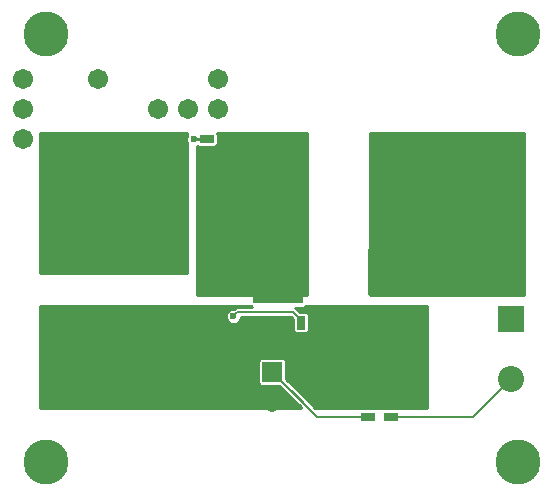
<source format=gtl>
G04 #@! TF.GenerationSoftware,KiCad,Pcbnew,(5.0.2)-1*
G04 #@! TF.CreationDate,2019-01-24T20:45:34+08:00*
G04 #@! TF.ProjectId,Inverter Trial 2,496e7665-7274-4657-9220-547269616c20,rev?*
G04 #@! TF.SameCoordinates,Original*
G04 #@! TF.FileFunction,Copper,L1,Top*
G04 #@! TF.FilePolarity,Positive*
%FSLAX46Y46*%
G04 Gerber Fmt 4.6, Leading zero omitted, Abs format (unit mm)*
G04 Created by KiCad (PCBNEW (5.0.2)-1) date 01/24/19 20:45:34*
%MOMM*%
%LPD*%
G01*
G04 APERTURE LIST*
G04 #@! TA.AperFunction,ComponentPad*
%ADD10C,3.800000*%
G04 #@! TD*
G04 #@! TA.AperFunction,SMDPad,CuDef*
%ADD11R,2.500000X4.000000*%
G04 #@! TD*
G04 #@! TA.AperFunction,ComponentPad*
%ADD12C,1.716000*%
G04 #@! TD*
G04 #@! TA.AperFunction,ComponentPad*
%ADD13R,1.716000X1.716000*%
G04 #@! TD*
G04 #@! TA.AperFunction,ComponentPad*
%ADD14C,2.216000*%
G04 #@! TD*
G04 #@! TA.AperFunction,ComponentPad*
%ADD15R,2.216000X2.216000*%
G04 #@! TD*
G04 #@! TA.AperFunction,SMDPad,CuDef*
%ADD16R,4.250000X5.000000*%
G04 #@! TD*
G04 #@! TA.AperFunction,SMDPad,CuDef*
%ADD17R,0.600000X0.900000*%
G04 #@! TD*
G04 #@! TA.AperFunction,SMDPad,CuDef*
%ADD18R,0.900000X0.600000*%
G04 #@! TD*
G04 #@! TA.AperFunction,SMDPad,CuDef*
%ADD19R,1.150000X0.700000*%
G04 #@! TD*
G04 #@! TA.AperFunction,SMDPad,CuDef*
%ADD20R,3.300000X4.200000*%
G04 #@! TD*
G04 #@! TA.AperFunction,SMDPad,CuDef*
%ADD21R,1.550000X4.700000*%
G04 #@! TD*
G04 #@! TA.AperFunction,SMDPad,CuDef*
%ADD22R,0.700000X1.150000*%
G04 #@! TD*
G04 #@! TA.AperFunction,SMDPad,CuDef*
%ADD23R,4.700000X1.550000*%
G04 #@! TD*
G04 #@! TA.AperFunction,SMDPad,CuDef*
%ADD24R,4.200000X3.300000*%
G04 #@! TD*
G04 #@! TA.AperFunction,SMDPad,CuDef*
%ADD25R,1.200000X0.750000*%
G04 #@! TD*
G04 #@! TA.AperFunction,ViaPad*
%ADD26C,0.900000*%
G04 #@! TD*
G04 #@! TA.AperFunction,ViaPad*
%ADD27C,0.600000*%
G04 #@! TD*
G04 #@! TA.AperFunction,Conductor*
%ADD28C,0.203200*%
G04 #@! TD*
G04 #@! TA.AperFunction,Conductor*
%ADD29C,0.250000*%
G04 #@! TD*
G04 #@! TA.AperFunction,Conductor*
%ADD30C,0.254000*%
G04 #@! TD*
G04 APERTURE END LIST*
D10*
G04 #@! TO.P,REF\002A\002A,1*
G04 #@! TO.N,N/C*
X192405000Y-30480000D03*
G04 #@! TD*
G04 #@! TO.P,REF\002A\002A,1*
G04 #@! TO.N,N/C*
X192405000Y-66675000D03*
G04 #@! TD*
G04 #@! TO.P,REF\002A\002A,1*
G04 #@! TO.N,N/C*
X152400000Y-66675000D03*
G04 #@! TD*
D11*
G04 #@! TO.P,C1,2*
G04 #@! TO.N,GND*
X163195000Y-56070000D03*
G04 #@! TO.P,C1,1*
G04 #@! TO.N,Net-(C1-Pad1)*
X163195000Y-48070000D03*
G04 #@! TD*
D12*
G04 #@! TO.P,C5,2*
G04 #@! TO.N,GND*
X161925000Y-36830000D03*
X164465000Y-36830000D03*
G04 #@! TO.P,C5,1*
G04 #@! TO.N,Net-(C5-Pad1)*
X167005000Y-36830000D03*
G04 #@! TD*
G04 #@! TO.P,C6,1*
G04 #@! TO.N,Net-(C6-Pad1)*
X150495000Y-34290000D03*
G04 #@! TO.P,C6,2*
G04 #@! TO.N,GND*
X150495000Y-36830000D03*
X150495000Y-39370000D03*
G04 #@! TD*
D11*
G04 #@! TO.P,C9,2*
G04 #@! TO.N,GND*
X180975000Y-58610000D03*
G04 #@! TO.P,C9,1*
G04 #@! TO.N,Net-(C10-Pad1)*
X180975000Y-50610000D03*
G04 #@! TD*
D12*
G04 #@! TO.P,C12,2*
G04 #@! TO.N,GND*
X171577000Y-61595000D03*
D13*
G04 #@! TO.P,C12,1*
G04 #@! TO.N,Net-(C12-Pad1)*
X171577000Y-59055000D03*
G04 #@! TD*
D14*
G04 #@! TO.P,J1,2*
G04 #@! TO.N,Net-(C1-Pad1)*
X153035000Y-49530000D03*
D15*
G04 #@! TO.P,J1,1*
X153035000Y-44450000D03*
G04 #@! TD*
G04 #@! TO.P,J2,1*
G04 #@! TO.N,GND*
X153035000Y-54610000D03*
D14*
G04 #@! TO.P,J2,2*
X153035000Y-59690000D03*
G04 #@! TD*
D15*
G04 #@! TO.P,J3,1*
G04 #@! TO.N,Net-(C10-Pad1)*
X191770000Y-44450000D03*
D14*
G04 #@! TO.P,J3,2*
X191770000Y-49530000D03*
G04 #@! TD*
G04 #@! TO.P,J4,2*
G04 #@! TO.N,Net-(J4-Pad1)*
X191770000Y-59690000D03*
D15*
G04 #@! TO.P,J4,1*
X191770000Y-54610000D03*
G04 #@! TD*
D16*
G04 #@! TO.P,L1,1*
G04 #@! TO.N,Net-(C8-Pad2)*
X169905000Y-41275000D03*
G04 #@! TO.P,L1,2*
G04 #@! TO.N,Net-(C10-Pad1)*
X183155000Y-41275000D03*
G04 #@! TD*
D17*
G04 #@! TO.P,Q1,5*
G04 #@! TO.N,Net-(C1-Pad1)*
X163010000Y-41275000D03*
D18*
X160310000Y-40675000D03*
D19*
G04 #@! TO.P,Q1,4*
G04 #@! TO.N,Net-(Q1-Pad4)*
X166030000Y-39365000D03*
D20*
G04 #@! TO.P,Q1,5*
G04 #@! TO.N,Net-(C1-Pad1)*
X162760000Y-41275000D03*
D21*
X160560000Y-41275000D03*
D19*
G04 #@! TO.P,Q1,3*
G04 #@! TO.N,Net-(C8-Pad2)*
X166030000Y-40635000D03*
G04 #@! TO.P,Q1,1*
X166030000Y-43185000D03*
G04 #@! TO.P,Q1,2*
X166030000Y-41915000D03*
D18*
G04 #@! TO.P,Q1,5*
G04 #@! TO.N,Net-(C1-Pad1)*
X160310000Y-41875000D03*
X160310000Y-39395000D03*
X160310000Y-43155000D03*
D17*
X163860000Y-41275000D03*
X162160000Y-41275000D03*
X162160000Y-40125000D03*
X163860000Y-40125000D03*
X163010000Y-40125000D03*
X162160000Y-42425000D03*
X163860000Y-42425000D03*
X163010000Y-42425000D03*
G04 #@! TD*
D18*
G04 #@! TO.P,Q2,5*
G04 #@! TO.N,Net-(C8-Pad2)*
X170935000Y-51885000D03*
X170935000Y-52735000D03*
X170935000Y-51035000D03*
X173235000Y-51885000D03*
X173235000Y-52735000D03*
X173235000Y-51035000D03*
X172085000Y-51035000D03*
X172085000Y-52735000D03*
D17*
X170205000Y-49185000D03*
X173965000Y-49185000D03*
X171485000Y-49185000D03*
D22*
G04 #@! TO.P,Q2,2*
G04 #@! TO.N,GND*
X171445000Y-54905000D03*
G04 #@! TO.P,Q2,1*
X170175000Y-54905000D03*
G04 #@! TO.P,Q2,3*
X172725000Y-54905000D03*
D23*
G04 #@! TO.P,Q2,5*
G04 #@! TO.N,Net-(C8-Pad2)*
X172085000Y-49435000D03*
D24*
X172085000Y-51635000D03*
D22*
G04 #@! TO.P,Q2,4*
G04 #@! TO.N,Net-(Q2-Pad4)*
X173995000Y-54905000D03*
D17*
G04 #@! TO.P,Q2,5*
G04 #@! TO.N,Net-(C8-Pad2)*
X172685000Y-49185000D03*
D18*
X172085000Y-51885000D03*
G04 #@! TD*
D12*
G04 #@! TO.P,R1,2*
G04 #@! TO.N,Net-(C5-Pad1)*
X167005000Y-34290000D03*
G04 #@! TO.P,R1,1*
G04 #@! TO.N,Net-(C6-Pad1)*
X156845000Y-34290000D03*
G04 #@! TD*
D25*
G04 #@! TO.P,R8,2*
G04 #@! TO.N,Net-(C12-Pad1)*
X179710000Y-62865000D03*
G04 #@! TO.P,R8,1*
G04 #@! TO.N,Net-(J4-Pad1)*
X181610000Y-62865000D03*
G04 #@! TD*
D10*
G04 #@! TO.P,REF\002A\002A,1*
G04 #@! TO.N,N/C*
X152400000Y-30480000D03*
G04 #@! TD*
D26*
G04 #@! TO.N,GND*
X158115000Y-59690000D03*
X160020000Y-59690000D03*
X161925000Y-59690000D03*
X163830000Y-59690000D03*
X165735000Y-59690000D03*
X183515000Y-60960000D03*
X181610000Y-61595000D03*
X179705000Y-61595000D03*
X178435000Y-60960000D03*
G04 #@! TO.N,Net-(C1-Pad1)*
X158750000Y-40005000D03*
X158750000Y-42545000D03*
X158750000Y-45085000D03*
X161290000Y-45085000D03*
X163830000Y-45085000D03*
X157480000Y-43815000D03*
X157480000Y-41275000D03*
D27*
G04 #@! TO.N,Net-(C8-Pad2)*
X168275000Y-50165000D03*
D26*
G04 #@! TO.N,Net-(C10-Pad1)*
X186055000Y-40005000D03*
X187325000Y-40005000D03*
X188595000Y-40005000D03*
X189865000Y-40005000D03*
X191135000Y-40005000D03*
X184785000Y-45085000D03*
X186055000Y-46355000D03*
X186055000Y-42545000D03*
X184785000Y-47625000D03*
D27*
G04 #@! TO.N,Net-(Q1-Pad4)*
X164910002Y-39370000D03*
G04 #@! TO.N,Net-(Q2-Pad4)*
X168275000Y-54356000D03*
G04 #@! TD*
D28*
G04 #@! TO.N,Net-(C12-Pad1)*
X174244000Y-61722000D02*
X171577000Y-59055000D01*
X175387000Y-62865000D02*
X171577000Y-59055000D01*
X179710000Y-62865000D02*
X175387000Y-62865000D01*
G04 #@! TO.N,Net-(J4-Pad1)*
X189738000Y-61722000D02*
X191770000Y-59690000D01*
X188595000Y-62865000D02*
X191770000Y-59690000D01*
X181610000Y-62865000D02*
X188595000Y-62865000D01*
D29*
G04 #@! TO.N,Net-(Q1-Pad4)*
X166025000Y-39370000D02*
X166030000Y-39365000D01*
X164910002Y-39370000D02*
X166025000Y-39370000D01*
D28*
G04 #@! TO.N,Net-(Q2-Pad4)*
X168602601Y-54028399D02*
X168275000Y-54356000D01*
X173343399Y-54028399D02*
X168602601Y-54028399D01*
X173995000Y-54905000D02*
X173995000Y-54680000D01*
X173995000Y-54680000D02*
X173343399Y-54028399D01*
G04 #@! TD*
D30*
G04 #@! TO.N,Net-(C10-Pad1)*
G36*
X192913000Y-52578000D02*
X179832000Y-52578000D01*
X179832000Y-38862000D01*
X192913000Y-38862000D01*
X192913000Y-52578000D01*
X192913000Y-52578000D01*
G37*
X192913000Y-52578000D02*
X179832000Y-52578000D01*
X179832000Y-38862000D01*
X192913000Y-38862000D01*
X192913000Y-52578000D01*
G04 #@! TO.N,Net-(C8-Pad2)*
G36*
X174498000Y-52578000D02*
X165227000Y-52578000D01*
X165227000Y-39955935D01*
X165327411Y-40023027D01*
X165455000Y-40048406D01*
X166605000Y-40048406D01*
X166732589Y-40023027D01*
X166840754Y-39950754D01*
X166913027Y-39842589D01*
X166938406Y-39715000D01*
X166938406Y-39015000D01*
X166913027Y-38887411D01*
X166896048Y-38862000D01*
X174498000Y-38862000D01*
X174498000Y-52578000D01*
X174498000Y-52578000D01*
G37*
X174498000Y-52578000D02*
X165227000Y-52578000D01*
X165227000Y-39955935D01*
X165327411Y-40023027D01*
X165455000Y-40048406D01*
X166605000Y-40048406D01*
X166732589Y-40023027D01*
X166840754Y-39950754D01*
X166913027Y-39842589D01*
X166938406Y-39715000D01*
X166938406Y-39015000D01*
X166913027Y-38887411D01*
X166896048Y-38862000D01*
X174498000Y-38862000D01*
X174498000Y-52578000D01*
G04 #@! TO.N,Net-(C1-Pad1)*
G36*
X164338000Y-39112505D02*
X164283002Y-39245282D01*
X164283002Y-39494718D01*
X164338000Y-39627495D01*
X164338000Y-50673000D01*
X151892000Y-50673000D01*
X151892000Y-38862000D01*
X164338000Y-38862000D01*
X164338000Y-39112505D01*
X164338000Y-39112505D01*
G37*
X164338000Y-39112505D02*
X164283002Y-39245282D01*
X164283002Y-39494718D01*
X164338000Y-39627495D01*
X164338000Y-50673000D01*
X151892000Y-50673000D01*
X151892000Y-38862000D01*
X164338000Y-38862000D01*
X164338000Y-39112505D01*
G04 #@! TO.N,GND*
G36*
X169749246Y-53520754D02*
X169857411Y-53593027D01*
X169891456Y-53599799D01*
X168644810Y-53599799D01*
X168602601Y-53591403D01*
X168560392Y-53599799D01*
X168560391Y-53599799D01*
X168435370Y-53624667D01*
X168293598Y-53719396D01*
X168287181Y-53729000D01*
X168150282Y-53729000D01*
X167919833Y-53824455D01*
X167743455Y-54000833D01*
X167648000Y-54231282D01*
X167648000Y-54480718D01*
X167743455Y-54711167D01*
X167919833Y-54887545D01*
X168150282Y-54983000D01*
X168399718Y-54983000D01*
X168630167Y-54887545D01*
X168806545Y-54711167D01*
X168902000Y-54480718D01*
X168902000Y-54456999D01*
X173165869Y-54456999D01*
X173311594Y-54602724D01*
X173311594Y-55480000D01*
X173336973Y-55607589D01*
X173409246Y-55715754D01*
X173517411Y-55788027D01*
X173645000Y-55813406D01*
X174345000Y-55813406D01*
X174472589Y-55788027D01*
X174580754Y-55715754D01*
X174653027Y-55607589D01*
X174678406Y-55480000D01*
X174678406Y-54330000D01*
X174653027Y-54202411D01*
X174580754Y-54094246D01*
X174472589Y-54021973D01*
X174345000Y-53996594D01*
X173917724Y-53996594D01*
X173676316Y-53755186D01*
X173652402Y-53719396D01*
X173510630Y-53624667D01*
X173479154Y-53618406D01*
X174185000Y-53618406D01*
X174312589Y-53593027D01*
X174420754Y-53520754D01*
X174456671Y-53467000D01*
X184658000Y-53467000D01*
X184658000Y-62103000D01*
X175231132Y-62103000D01*
X174576914Y-61448783D01*
X174576913Y-61448781D01*
X172768406Y-59640275D01*
X172768406Y-58197000D01*
X172743027Y-58069411D01*
X172670754Y-57961246D01*
X172562589Y-57888973D01*
X172435000Y-57863594D01*
X170719000Y-57863594D01*
X170591411Y-57888973D01*
X170483246Y-57961246D01*
X170410973Y-58069411D01*
X170385594Y-58197000D01*
X170385594Y-59913000D01*
X170410973Y-60040589D01*
X170483246Y-60148754D01*
X170591411Y-60221027D01*
X170719000Y-60246406D01*
X172162275Y-60246406D01*
X173970781Y-62054913D01*
X173970783Y-62054914D01*
X174018869Y-62103000D01*
X151892000Y-62103000D01*
X151892000Y-53467000D01*
X169713329Y-53467000D01*
X169749246Y-53520754D01*
X169749246Y-53520754D01*
G37*
X169749246Y-53520754D02*
X169857411Y-53593027D01*
X169891456Y-53599799D01*
X168644810Y-53599799D01*
X168602601Y-53591403D01*
X168560392Y-53599799D01*
X168560391Y-53599799D01*
X168435370Y-53624667D01*
X168293598Y-53719396D01*
X168287181Y-53729000D01*
X168150282Y-53729000D01*
X167919833Y-53824455D01*
X167743455Y-54000833D01*
X167648000Y-54231282D01*
X167648000Y-54480718D01*
X167743455Y-54711167D01*
X167919833Y-54887545D01*
X168150282Y-54983000D01*
X168399718Y-54983000D01*
X168630167Y-54887545D01*
X168806545Y-54711167D01*
X168902000Y-54480718D01*
X168902000Y-54456999D01*
X173165869Y-54456999D01*
X173311594Y-54602724D01*
X173311594Y-55480000D01*
X173336973Y-55607589D01*
X173409246Y-55715754D01*
X173517411Y-55788027D01*
X173645000Y-55813406D01*
X174345000Y-55813406D01*
X174472589Y-55788027D01*
X174580754Y-55715754D01*
X174653027Y-55607589D01*
X174678406Y-55480000D01*
X174678406Y-54330000D01*
X174653027Y-54202411D01*
X174580754Y-54094246D01*
X174472589Y-54021973D01*
X174345000Y-53996594D01*
X173917724Y-53996594D01*
X173676316Y-53755186D01*
X173652402Y-53719396D01*
X173510630Y-53624667D01*
X173479154Y-53618406D01*
X174185000Y-53618406D01*
X174312589Y-53593027D01*
X174420754Y-53520754D01*
X174456671Y-53467000D01*
X184658000Y-53467000D01*
X184658000Y-62103000D01*
X175231132Y-62103000D01*
X174576914Y-61448783D01*
X174576913Y-61448781D01*
X172768406Y-59640275D01*
X172768406Y-58197000D01*
X172743027Y-58069411D01*
X172670754Y-57961246D01*
X172562589Y-57888973D01*
X172435000Y-57863594D01*
X170719000Y-57863594D01*
X170591411Y-57888973D01*
X170483246Y-57961246D01*
X170410973Y-58069411D01*
X170385594Y-58197000D01*
X170385594Y-59913000D01*
X170410973Y-60040589D01*
X170483246Y-60148754D01*
X170591411Y-60221027D01*
X170719000Y-60246406D01*
X172162275Y-60246406D01*
X173970781Y-62054913D01*
X173970783Y-62054914D01*
X174018869Y-62103000D01*
X151892000Y-62103000D01*
X151892000Y-53467000D01*
X169713329Y-53467000D01*
X169749246Y-53520754D01*
G04 #@! TD*
M02*

</source>
